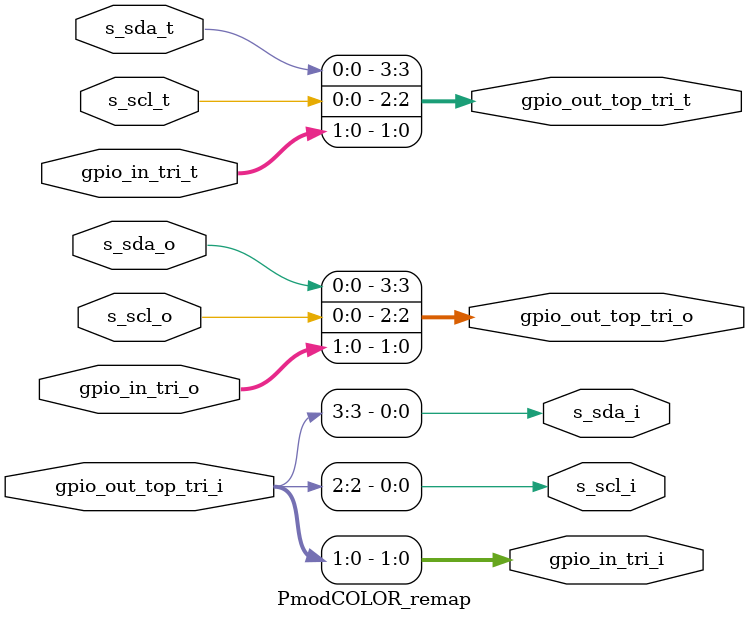
<source format=v>
`timescale 1ns / 1ps


module PmodCOLOR_remap (
    // GPIO Slave interface, to be connected to AXI GPIO
    (* X_INTERFACE_INFO = "xilinx.com:interface:gpio:1.0 GPIO_IN TRI_I" *)
    output [1:0] gpio_in_tri_i, // Tristate output signal (optional)
    (* X_INTERFACE_INFO = "xilinx.com:interface:gpio:1.0 GPIO_IN TRI_O" *)
    input [1:0] gpio_in_tri_o, // Tristate output signal (optional)
    (* X_INTERFACE_INFO = "xilinx.com:interface:gpio:1.0 GPIO_IN TRI_T" *)
    input [1:0] gpio_in_tri_t, // Tristate output signal (optional)
    
    // IIC Slave interface, to be connected to AXI IIC
    (* X_INTERFACE_INFO = "xilinx.com:interface:iic:1.0 IIC SCL_I" *)
    output s_scl_i, // IIC Serial Clock Input from 3-state buffer (required)
    (* X_INTERFACE_INFO = "xilinx.com:interface:iic:1.0 IIC SCL_O" *)
    input s_scl_o, // IIC Serial Clock Output to 3-state buffer (required)
    (* X_INTERFACE_INFO = "xilinx.com:interface:iic:1.0 IIC SCL_T" *)
    input s_scl_t, // IIC Serial Clock Output Enable to 3-state buffer (required)
    (* X_INTERFACE_INFO = "xilinx.com:interface:iic:1.0 IIC SDA_I" *)
    output s_sda_i, // IIC Serial Data Input from 3-state buffer (required)
    (* X_INTERFACE_INFO = "xilinx.com:interface:iic:1.0 IIC SDA_O" *)
    input s_sda_o, // IIC Serial Data Output to 3-state buffer (required)
    (* X_INTERFACE_INFO = "xilinx.com:interface:iic:1.0 IIC SDA_T" *)
    input s_sda_t, // IIC Serial Data Output Enable to 3-state buffer (required)
    
    // GPIO Master interface, to be connected to Pmod Bridge Top Row
    (* X_INTERFACE_INFO = "xilinx.com:interface:gpio:1.0 GPIO_OUT_TOP TRI_I" *)
    input [3:0] gpio_out_top_tri_i, // Tristate input signal (optional)
    (* X_INTERFACE_INFO = "xilinx.com:interface:gpio:1.0 GPIO_OUT_TOP TRI_O" *)
    output [3:0] gpio_out_top_tri_o, // Tristate output signal (optional)
    (* X_INTERFACE_INFO = "xilinx.com:interface:gpio:1.0 GPIO_OUT_TOP TRI_T" *)
    output [3:0] gpio_out_top_tri_t // Tristate output enable signal (optional)
);
    assign {s_sda_i, s_scl_i, gpio_in_tri_i} = gpio_out_top_tri_i;
    assign gpio_out_top_tri_t = {s_sda_t, s_scl_t, gpio_in_tri_t};
    assign gpio_out_top_tri_o = {s_sda_o, s_scl_o, gpio_in_tri_o};
endmodule

</source>
